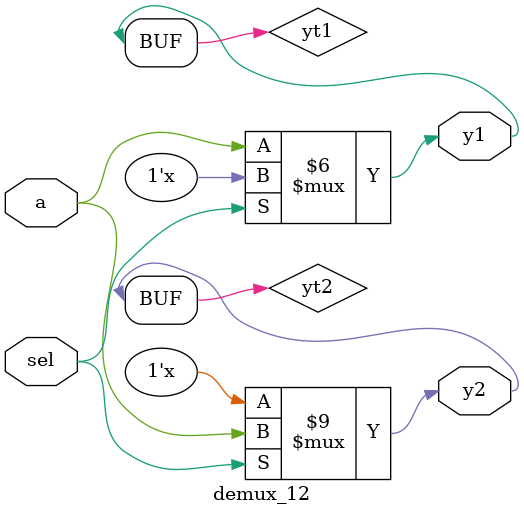
<source format=v>
`timescale 1ns / 1ps

module demux_12(
    input a,
    input sel,
    output y1,y2
    );
    
    reg yt1=0,yt2=0;
    always@ (*) begin
        if(sel==1'b0)
            yt1=a;
         else
            yt2=a;
      end
  assign y1=yt1;
  assign y2=yt2;
endmodule

</source>
